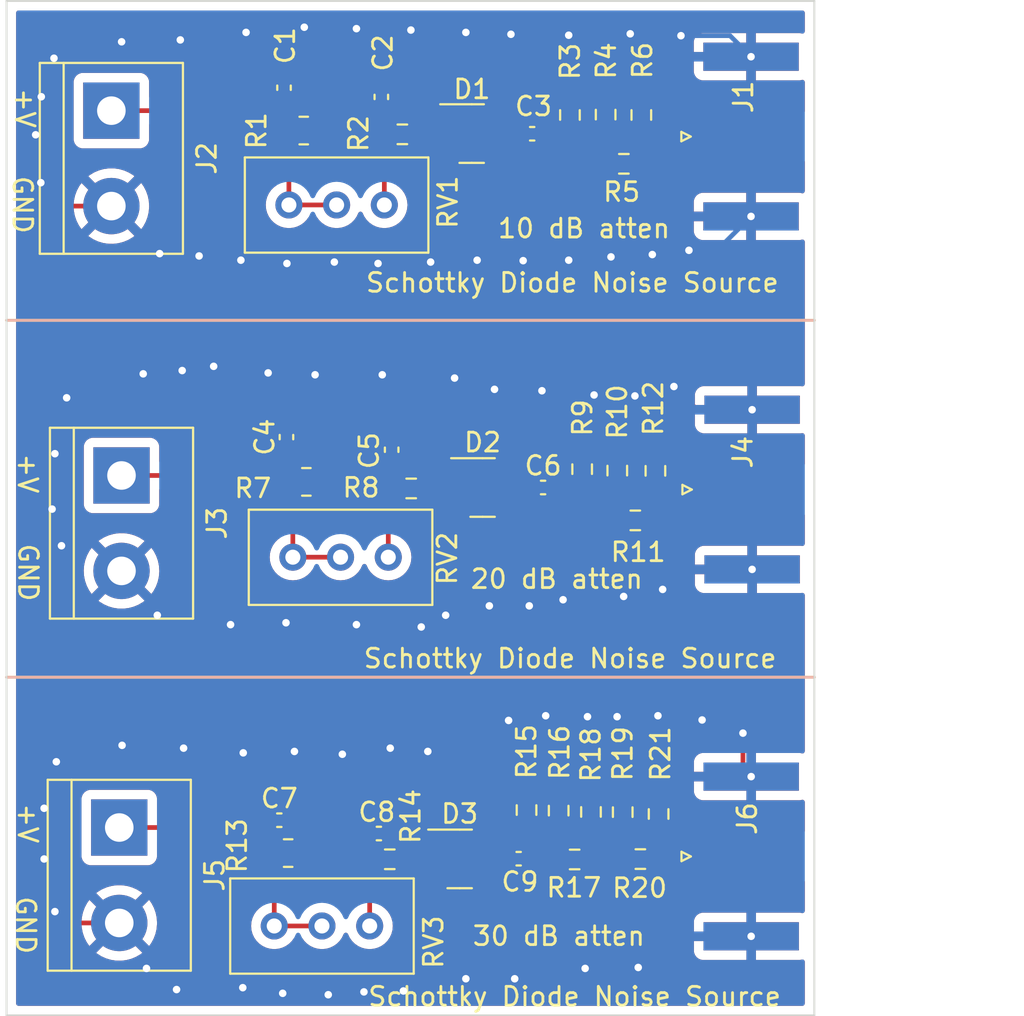
<source format=kicad_pcb>
(kicad_pcb (version 20211014) (generator pcbnew)
  (layers (0 "F.Cu" signal) (31 "B.Cu" signal) (34 "B.Paste" user) (35 "F.Paste" user) (36 "B.SilkS" user "B.Silkscreen") (37 "F.SilkS" user "F.Silkscreen") (38 "B.Mask" user) (39 "F.Mask" user) (44 "Edge.Cuts" user))
  (net 0 "")
  (net 1 "GND")
  (net 2 "Net-(C2-Pad1)")
  (net 3 "Net-(C3-Pad1)")
  (net 4 "Net-(C3-Pad2)")
  (net 6 "Net-(J1-Pad1)")
  (net 7 "Net-(C5-Pad1)")
  (net 8 "Net-(C6-Pad1)")
  (net 9 "Net-(C6-Pad2)")
  (net 11 "Net-(J4-Pad1)")
  (net 12 "Net-(C8-Pad1)")
  (net 13 "Net-(C9-Pad1)")
  (net 14 "Net-(C9-Pad2)")
  (net 16 "Net-(J6-Pad1)")
  (net 17 "Net-(R17-Pad2)")
  (net 18 "Net-(C1-Pad1)")
  (net 19 "Net-(C4-Pad1)")
  (net 20 "Net-(C7-Pad1)")
  (footprint "Resistor_SMD:R_0603_1608Metric_Pad0.98x0.95mm_HandSolder" (layer "F.Cu") (at 127.47 110.65)
    (fp_text reference "R11")
    (fp_text value "270R")
  )
  (footprint "Capacitor_SMD:C_0402_1005Metric_Pad0.74x0.62mm_HandSolder" (layer "F.Cu") (at 122.56 108.9)
    (fp_text reference "C6")
    (fp_text value "100 nF")
  )
  (footprint "Resistor_SMD:R_0805_2012Metric_Pad1.20x1.40mm_HandSolder" (layer "F.Cu") (at 109.82 89.9 180)
    (fp_text reference "R1")
    (fp_text value "300R")
  )
  (footprint "Potentiometer_THT:Potentiometer_Bourns_3296W_Vertical" (layer "F.Cu") (at 114.11 93.86)
    (fp_text reference "RV1")
    (fp_text value "R_Potentiometer")
  )
  (footprint "Potentiometer_THT:Potentiometer_Bourns_3296W_Vertical" (layer "F.Cu") (at 114.32 112.61)
    (fp_text reference "RV2")
    (fp_text value "R_Potentiometer")
  )
  (footprint "Resistor_SMD:R_0603_1608Metric_Pad0.98x0.95mm_HandSolder" (layer "F.Cu") (at 121.68 126.07 90)
    (fp_text reference "R15")
    (fp_text value "270R")
  )
  (footprint "Resistor_SMD:R_0603_1608Metric_Pad0.98x0.95mm_HandSolder" (layer "F.Cu") (at 126.8 126.18 90)
    (fp_text reference "R19")
    (fp_text value "56R")
  )
  (footprint "Potentiometer_THT:Potentiometer_Bourns_3296W_Vertical" (layer "F.Cu") (at 113.33 132.24)
    (fp_text reference "RV3")
    (fp_text value "R_Potentiometer")
  )
  (footprint "Resistor_SMD:R_0603_1608Metric_Pad0.98x0.95mm_HandSolder" (layer "F.Cu") (at 127.79 89.07 90)
    (fp_text reference "R6")
    (fp_text value "100R")
  )
  (footprint "Capacitor_SMD:C_0402_1005Metric_Pad0.74x0.62mm_HandSolder" (layer "F.Cu") (at 108.77 87.62 90)
    (fp_text reference "C1")
    (fp_text value "100 nF")
  )
  (footprint "Resistor_SMD:R_0603_1608Metric_Pad0.98x0.95mm_HandSolder" (layer "F.Cu") (at 124.64 107.9225 90)
    (fp_text reference "R9")
    (fp_text value "270R")
  )
  (footprint "Package_TO_SOT_SMD:SOT-23" (layer "F.Cu") (at 118.12 128.67)
    (fp_text reference "D3")
    (fp_text value "BAT17")
  )
  (footprint "Resistor_SMD:R_0603_1608Metric_Pad0.98x0.95mm_HandSolder" (layer "F.Cu") (at 126.51 108 90)
    (fp_text reference "R10")
    (fp_text value "56R")
  )
  (footprint "Capacitor_SMD:C_0402_1005Metric_Pad0.74x0.62mm_HandSolder" (layer "F.Cu") (at 113.95 88.11 90)
    (fp_text reference "C2")
    (fp_text value "100 nF")
  )
  (footprint "Resistor_SMD:R_0603_1608Metric_Pad0.98x0.95mm_HandSolder" (layer "F.Cu") (at 124.24 128.7)
    (fp_text reference "R17")
    (fp_text value "68R")
  )
  (footprint "Resistor_SMD:R_0603_1608Metric_Pad0.98x0.95mm_HandSolder" (layer "F.Cu") (at 128.71 126.28 90)
    (fp_text reference "R21")
    (fp_text value "56R")
  )
  (footprint "Resistor_SMD:R_0603_1608Metric_Pad0.98x0.95mm_HandSolder" (layer "F.Cu") (at 126.86 91.67)
    (fp_text reference "R5")
    (fp_text value "68R")
  )
  (footprint "Connector_Coaxial:SMA_Amphenol_132289_EdgeMount" (layer "F.Cu") (at 133.63 90.22)
    (fp_text reference "J1")
    (fp_text value "Conn_Coaxial")
  )
  (footprint "Capacitor_SMD:C_0402_1005Metric_Pad0.74x0.62mm_HandSolder" (layer "F.Cu") (at 108.9 106.2175 90)
    (fp_text reference "C4")
    (fp_text value "100 nF")
  )
  (footprint "Resistor_SMD:R_0603_1608Metric_Pad0.98x0.95mm_HandSolder" (layer "F.Cu") (at 125.89 89.05 90)
    (fp_text reference "R4")
    (fp_text value "100R")
  )
  (footprint "Resistor_SMD:R_0603_1608Metric_Pad0.98x0.95mm_HandSolder" (layer "F.Cu") (at 123.99 89.07 90)
    (fp_text reference "R3")
    (fp_text value "270R")
  )
  (footprint "Resistor_SMD:R_0603_1608Metric_Pad0.98x0.95mm_HandSolder" (layer "F.Cu") (at 125.11 126.17 90)
    (fp_text reference "R18")
    (fp_text value "100R")
  )
  (footprint "Resistor_SMD:R_0603_1608Metric_Pad0.98x0.95mm_HandSolder" (layer "F.Cu") (at 128.54 108.0125 90)
    (fp_text reference "R12")
    (fp_text value "56R")
  )
  (footprint "Resistor_SMD:R_0805_2012Metric_Pad1.20x1.40mm_HandSolder" (layer "F.Cu") (at 109.96 108.6 180)
    (fp_text reference "R7")
    (fp_text value "300R")
  )
  (footprint "Resistor_SMD:R_0603_1608Metric_Pad0.98x0.95mm_HandSolder" (layer "F.Cu") (at 114.4 128.69 180)
    (fp_text reference "R14")
    (fp_text value "3k3")
  )
  (footprint "TerminalBlock:TerminalBlock_bornier-2_P5.08mm" (layer "F.Cu") (at 100.12 108.26 -90)
    (fp_text reference "J3")
    (fp_text value "Conn_01x02")
  )
  (footprint "Resistor_SMD:R_0805_2012Metric_Pad1.20x1.40mm_HandSolder" (layer "F.Cu") (at 108.99 128.36 180)
    (fp_text reference "R13")
    (fp_text value "300R")
  )
  (footprint "TerminalBlock:TerminalBlock_bornier-2_P5.08mm" (layer "F.Cu") (at 99.58 88.84 -90)
    (fp_text reference "J2")
    (fp_text value "Conn_01x02")
  )
  (footprint "Resistor_SMD:R_0603_1608Metric_Pad0.98x0.95mm_HandSolder" (layer "F.Cu") (at 115.54 108.95 180)
    (fp_text reference "R8")
    (fp_text value "3k3")
  )
  (footprint "Connector_Coaxial:SMA_Amphenol_132289_EdgeMount" (layer "F.Cu") (at 133.6375 128.54)
    (fp_text reference "J6")
    (fp_text value "Conn_Coaxial")
  )
  (footprint "Capacitor_SMD:C_0402_1005Metric_Pad0.74x0.62mm_HandSolder" (layer "F.Cu") (at 114.5 106.89 90)
    (fp_text reference "C5")
    (fp_text value "100 nF")
  )
  (footprint "Resistor_SMD:R_0603_1608Metric_Pad0.98x0.95mm_HandSolder" (layer "F.Cu") (at 115.07 90.1 180)
    (fp_text reference "R2")
    (fp_text value "3k3")
  )
  (footprint "Resistor_SMD:R_0603_1608Metric_Pad0.98x0.95mm_HandSolder" (layer "F.Cu") (at 127.74 128.68)
    (fp_text reference "R20")
    (fp_text value "270R")
  )
  (footprint "Capacitor_SMD:C_0402_1005Metric_Pad0.74x0.62mm_HandSolder" (layer "F.Cu") (at 113.82 127.32)
    (fp_text reference "C8")
    (fp_text value "100 nF")
  )
  (footprint "Package_TO_SOT_SMD:SOT-23" (layer "F.Cu") (at 119.34 108.9)
    (fp_text reference "D2")
    (fp_text value "BAT17")
  )
  (footprint "Capacitor_SMD:C_0402_1005Metric_Pad0.74x0.62mm_HandSolder" (layer "F.Cu") (at 121.98 90.07)
    (fp_text reference "C3")
    (fp_text value "100 nF")
  )
  (footprint "Connector_Coaxial:SMA_Amphenol_132289_EdgeMount" (layer "F.Cu") (at 133.6875 109.01)
    (fp_text reference "J4")
    (fp_text value "Conn_Coaxial")
  )
  (footprint "Capacitor_SMD:C_0402_1005Metric_Pad0.74x0.62mm_HandSolder" (layer "F.Cu") (at 121.26 128.66)
    (fp_text reference "C9")
    (fp_text value "100 nF")
  )
  (footprint "Package_TO_SOT_SMD:SOT-23" (layer "F.Cu") (at 118.76 90.06)
    (fp_text reference "D1")
    (fp_text value "BAT17")
  )
  (footprint "Capacitor_SMD:C_0402_1005Metric_Pad0.74x0.62mm_HandSolder" (layer "F.Cu") (at 108.52 126.61)
    (fp_text reference "C7")
    (fp_text value "100 nF")
  )
  (footprint "Resistor_SMD:R_0603_1608Metric_Pad0.98x0.95mm_HandSolder" (layer "F.Cu") (at 123.39 126.1 90)
    (fp_text reference "R16")
    (fp_text value "100R")
  )
  (footprint "TerminalBlock:TerminalBlock_bornier-2_P5.08mm" (layer "F.Cu") (at 100 127 -90)
    (fp_text reference "J5")
    (fp_text value "Conn_01x02")
  )
  (gr_line (start 94 119) (end 137 119) (layer "B.SilkS") (width 0.15))
  (gr_line (start 94 100) (end 137 100) (layer "B.SilkS") (width 0.15))
  (gr_line (start 94 100) (end 137 100) (layer "F.SilkS") (width 0.15))
  (gr_line (start 94 119) (end 137 119) (layer "F.SilkS") (width 0.15))
  (gr_line (start 94 83) (end 137 83) (layer "Edge.Cuts") (width 0.1))
  (gr_line (start 137 83) (end 137 137) (layer "Edge.Cuts") (width 0.1))
  (gr_line (start 137 137) (end 94 137) (layer "Edge.Cuts") (width 0.1))
  (gr_line (start 94 137) (end 94 83) (layer "Edge.Cuts") (width 0.1))
  (gr_text "Schottky Diode Noise Source" (at 124.1175 98) (layer "F.SilkS") (effects (font (size 1 1))))
  (gr_text "Schottky Diode Noise Source" (at 124 118) (layer "F.SilkS") (effects (font (size 1 1))))
  (gr_text "+V" (at 94.975 88.7 270) (layer "F.SilkS") (effects (font (size 1 1))))
  (gr_text "+V" (at 95.125 126.775 270) (layer "F.SilkS") (effects (font (size 1 1))))
  (gr_text "GND" (at 95.025 132.2 270) (layer "F.SilkS") (effects (font (size 1 1))))
  (gr_text "10 dB atten" (at 124.74 95.11) (layer "F.SilkS") (effects (font (size 1 1))))
  (gr_text "+V" (at 95.125 108.15 270) (layer "F.SilkS") (effects (font (size 1 1))))
  (gr_text "GND" (at 95.15 113.425 270) (layer "F.SilkS") (effects (font (size 1 1))))
  (gr_text "Schottky Diode Noise Source" (at 124.24 136) (layer "F.SilkS") (effects (font (size 1 1))))
  (gr_text "GND" (at 94.85 93.85 270) (layer "F.SilkS") (effects (font (size 1 1))))
  (gr_text "30 dB atten" (at 123.4 132.775) (layer "F.SilkS") (effects (font (size 1 1))))
  (gr_text "20 dB atten" (at 123.29 113.77) (layer "F.SilkS") (effects (font (size 1 1))))
  (segment (start 103.25 85.075) (end 106.35 85.075) (width 0.25) (layer "F.Cu") (net 1))
  (segment (start 114 102.9) (end 117.675 102.9) (width 0.25) (layer "F.Cu") (net 1))
  (segment (start 120.05 103.75) (end 122.5 103.75) (width 0.25) (layer "F.Cu") (net 1))
  (segment (start 97.07 93.92) (end 95.825 92.675) (width 0.25) (layer "F.Cu") (net 1))
  (segment (start 128.375 96.5) (end 130.1 96.5) (width 0.25) (layer "F.Cu") (net 1))
  (segment (start 121.825 115.2) (end 123.3 115.2) (width 0.25) (layer "F.Cu") (net 1))
  (segment (start 130.76 104.76) (end 133.6875 104.76) (width 0.25) (layer "F.Cu") (net 1))
  (segment (start 127.2 84.75) (end 127.3 84.85) (width 0.25) (layer "F.Cu") (net 1))
  (segment (start 117.875 115.2) (end 119.7 115.2) (width 0.25) (layer "F.Cu") (net 1))
  (segment (start 118.325 84.55) (end 118.45 84.675) (width 0.25) (layer "F.Cu") (net 1))
  (segment (start 106.35 85.075) (end 106.75 84.675) (width 0.25) (layer "F.Cu") (net 1))
  (segment (start 95.55 90.125) (end 95.55 88.4) (width 0.25) (layer "F.Cu") (net 1))
  (segment (start 97.4 85.175) (end 100.125 85.175) (width 0.25) (layer "F.Cu") (net 1))
  (segment (start 115.075 135.75) (end 115.125 135.7) (width 0.25) (layer "F.Cu") (net 1))
  (segment (start 115.525 84.55) (end 118.325 84.55) (width 0.25) (layer "F.Cu") (net 1))
  (segment (start 123.875 84.775) (end 123.925 84.825) (width 0.25) (layer "F.Cu") (net 1))
  (segment (start 96.65 123.5) (end 97.525 122.625) (width 0.25) (layer "F.Cu") (net 1))
  (segment (start 99.58 93.92) (end 102.11 96.45) (width 0.25) (layer "F.Cu") (net 1))
  (segment (start 103.15 135.525) (end 106.575 135.525) (width 0.25) (layer "F.Cu") (net 1))
  (segment (start 106.25 96.575) (end 106.475 96.8) (width 0.25) (layer "F.Cu") (net 1))
  (segment (start 99.375 103.25) (end 100.875 103.25) (width 0.25) (layer "F.Cu") (net 1))
  (segment (start 124.925 121.1) (end 126.5 121.1) (width 0.25) (layer "F.Cu") (net 1))
  (segment (start 133.2 123.8525) (end 133.6375 124.29) (width 0.25) (layer "F.Cu") (net 1))
  (segment (start 119.975 103.675) (end 120.05 103.75) (width 0.25) (layer "F.Cu") (net 1))
  (segment (start 100.12 113.34) (end 102.025 115.245) (width 0.25) (layer "F.Cu") (net 1))
  (segment (start 120.85 84.775) (end 123.875 84.775) (width 0.25) (layer "F.Cu") (net 1))
  (segment (start 126 96.8) (end 126.175 96.625) (width 0.25) (layer "F.Cu") (net 1))
  (segment (start 105.925 116.2) (end 106.025 116.1) (width 0.25) (layer "F.Cu") (net 1))
  (segment (start 109.325 122.95) (end 111.725 122.95) (width 0.25) (layer "F.Cu") (net 1))
  (segment (start 121.475 96.8) (end 121.5 96.825) (width 0.25) (layer "F.Cu") (net 1))
  (segment (start 114.425 122.775) (end 116.25 122.775) (width 0.25) (layer "F.Cu") (net 1))
  (segment (start 103.425 122.775) (end 103.675 123.025) (width 0.25) (layer "F.Cu") (net 1))
  (segment (start 108.7 135.825) (end 111.05 135.825) (width 0.25) (layer "F.Cu") (net 1))
  (segment (start 97.525 122.625) (end 100.15 122.625) (width 0.25) (layer "F.Cu") (net 1))
  (segment (start 112.55 84.4) (end 112.625 84.475) (width 0.25) (layer "F.Cu") (net 1))
  (segment (start 129.525 103.525) (end 130.76 104.76) (width 0.25) (layer "F.Cu") (net 1))
  (segment (start 99.58 93.92) (end 97.07 93.92) (width 0.25) (layer "F.Cu") (net 1))
  (segment (start 125.275 103.975) (end 127.4 103.975) (width 0.25) (layer "F.Cu") (net 1))
  (segment (start 113.025 135.75) (end 115.075 135.75) (width 0.25) (layer "F.Cu") (net 1))
  (segment (start 100 132.08) (end 101.45 133.53) (width 0.25) (layer "F.Cu") (net 1))
  (segment (start 96.425 110.05) (end 96.425 107.25) (width 0.25) (layer "F.Cu") (net 1))
  (segment (start 97.2 104.125) (end 98.075 103.25) (width 0.25) (layer "F.Cu") (net 1))
  (segment (start 117.675 102.9) (end 117.85 103.075) (width 0.25) (layer "F.Cu") (net 1))
  (segment (start 133.2 121.975) (end 133.2 123.8525) (width 0.25) (layer "F.Cu") (net 1))
  (segment (start 111.375 96.975) (end 111.45 96.9) (width 0.25) (layer "F.Cu") (net 1))
  (segment (start 110.325 102.8) (end 110.425 102.9) (width 0.25) (layer "F.Cu") (net 1))
  (segment (start 123.925 96.8) (end 126 96.8) (width 0.25) (layer "F.Cu") (net 1))
  (segment (start 100 132.08) (end 97.18 132.08) (width 0.25) (layer "F.Cu") (net 1))
  (segment (start 96 128.675) (end 96 125.975) (width 0.25) (layer "F.Cu") (net 1))
  (segment (start 98.78 112) (end 96.925 112) (width 0.25) (layer "F.Cu") (net 1))
  (segment (start 97.18 132.08) (end 96.575 131.475) (width 0.25) (layer "F.Cu") (net 1))
  (segment (start 102.11 96.45) (end 102.15 96.45) (width 0.25) (layer "F.Cu") (net 1))
  (segment (start 130.8 121.05) (end 131.025 121.275) (width 0.25) (layer "F.Cu") (net 1))
  (segment (start 128.675 121.05) (end 130.8 121.05) (width 0.25) (layer "F.Cu") (net 1))
  (segment (start 106.025 116.1) (end 108.875 116.1) (width 0.25) (layer "F.Cu") (net 1))
  (segment (start 102.025 115.245) (end 102.025 115.7) (width 0.25) (layer "F.Cu") (net 1))
  (segment (start 120.725 121.3) (end 122.45 121.3) (width 0.25) (layer "F.Cu") (net 1))
  (segment (start 127.3 84.85) (end 129.9 84.85) (width 0.25) (layer "F.Cu") (net 1))
  (segment (start 116.25 122.775) (end 116.425 122.95) (width 0.25) (layer "F.Cu") (net 1))
  (segment (start 112.625 116.2) (end 115.95 116.2) (width 0.25) (layer "F.Cu") (net 1))
  (segment (start 115.95 116.2) (end 116.075 116.325) (width 0.25) (layer "F.Cu") (net 1))
  (segment (start 127.4 103.975) (end 127.45 104.025) (width 0.25) (layer "F.Cu") (net 1))
  (segment (start 125.25 134.05) (end 127.225 134.05) (width 0.25) (layer "F.Cu") (net 1))
  (segment (start 95.55 88.4) (end 95.85 88.1) (width 0.25) (layer "F.Cu") (net 1))
  (segment (start 127.225 134.05) (end 127.625 134.45) (width 0.25) (layer "F.Cu") (net 1))
  (segment (start 119.05 96.8) (end 121.475 96.8) (width 0.25) (layer "F.Cu") (net 1))
  (segment (start 128.55 114.7) (end 128.925 114.325) (width 0.25) (layer "F.Cu") (net 1))
  (segment (start 126.85 114.7) (end 128.55 114.7) (width 0.25) (layer "F.Cu") (net 1))
  (segment (start 111.725 122.95) (end 111.875 123.1) (width 0.25) (layer "F.Cu") (net 1))
  (segment (start 108.925 96.975) (end 111.375 96.975) (width 0.25) (layer "F.Cu") (net 1))
  (segment (start 96.425 107.25) (end 96.575 107.1) (width 0.25) (layer "F.Cu") (net 1))
  (segment (start 122.45 121.3) (end 122.7 121.05) (width 0.25) (layer "F.Cu") (net 1))
  (segment (start 109.85 84.4) (end 112.55 84.4) (width 0.25) (layer "F.Cu") (net 1))
  (segment (start 101.45 133.53) (end 101.45 134.5) (width 0.25) (layer "F.Cu") (net 1))
  (segment (start 117.375 115.7) (end 117.875 115.2) (width 0.25) (layer "F.Cu") (net 1))
  (segment (start 103.675 123.025) (end 106.6 123.025) (width 0.25) (layer "F.Cu") (net 1))
  (segment (start 103.35 102.675) (end 104.8 102.675) (width 0.25) (layer "F.Cu") (net 1))
  (segment (start 118.45 135.05) (end 121.05 135.05) (width 0.25) (layer "F.Cu") (net 1))
  (segment (start 98.075 103.25) (end 99.375 103.25) (width 0.25) (layer "F.Cu") (net 1))
  (segment (start 124.8 134.5) (end 125.25 134.05) (width 0.25) (layer "F.Cu") (net 1))
  (segment (start 100.875 103.25) (end 101.275 102.85) (width 0.25) (layer "F.Cu") (net 1))
  (segment (start 111.05 135.825) (end 111.125 135.9) (width 0.25) (layer "F.Cu") (net 1))
  (segment (start 100.12 113.34) (end 98.78 112) (width 0.25) (layer "F.Cu") (net 1))
  (segment (start 123.3 115.2) (end 123.625 114.875) (width 0.25) (layer "F.Cu") (net 1))
  (segment (start 96.525 86.05) (end 97.4 85.175) (width 0.25) (layer "F.Cu") (net 1))
  (segment (start 107.925 102.8) (end 110.325 102.8) (width 0.25) (layer "F.Cu") (net 1))
  (segment (start 104.8 102.675) (end 105.025 102.45) (width 0.25) (layer "F.Cu") (net 1))
  (segment (start 104.25 96.575) (end 106.25 96.575) (width 0.25) (layer "F.Cu") (net 1))
  (segment (start 103.05 135.625) (end 103.15 135.525) (width 0.25) (layer "F.Cu") (net 1))
  (segment (start 116.5 96.975) (end 116.575 96.9) (width 0.25) (layer "F.Cu") (net 1))
  (segment (start 130.1 96.5) (end 130.325 96.275) (width 0.25) (layer "F.Cu") (net 1))
  (segment (start 113.775 96.975) (end 116.5 96.975) (width 0.25) (layer "F.Cu") (net 1))
  (via (at 107.925 102.8) (size 0.8) (drill 0.4) (layers "F.Cu" "B.Cu") (net 1))
  (via (at 116.075 116.325) (size 0.8) (drill 0.4) (layers "F.Cu" "B.Cu") (net 1))
  (via (at 122.7 121.05) (size 0.8) (drill 0.4) (layers "F.Cu" "B.Cu") (net 1))
  (via (at 95.825 92.675) (size 0.8) (drill 0.4) (layers "F.Cu" "B.Cu") (net 1))
  (via (at 133.6375 124.29) (size 0.8) (drill 0.4) (layers "F.Cu" "B.Cu") (net 1))
  (via (at 108.875 116.1) (size 0.8) (drill 0.4) (layers "F.Cu" "B.Cu") (net 1))
  (via (at 101.275 102.85) (size 0.8) (drill 0.4) (layers "F.Cu" "B.Cu") (net 1))
  (via (at 119.975 103.675) (size 0.8) (drill 0.4) (layers "F.Cu" "B.Cu") (net 1))
  (via (at 103.425 122.775) (size 0.8) (drill 0.4) (layers "F.Cu" "B.Cu") (net 1))
  (via (at 96.425 110.05) (size 0.8) (drill 0.4) (layers "F.Cu" "B.Cu") (net 1))
  (via (at 116.425 122.95) (size 0.8) (drill 0.4) (layers "F.Cu" "B.Cu") (net 1))
  (via (at 129.9 84.85) (size 0.8) (drill 0.4) (layers "F.Cu" "B.Cu") (net 1))
  (via (at 119.7 115.2) (size 0.8) (drill 0.4) (layers "F.Cu" "B.Cu") (net 1))
  (via (at 133.6375 132.79) (size 0.8) (drill 0.4) (layers "F.Cu" "B.Cu") (net 1))
  (via (at 127.2 84.75) (size 0.8) (drill 0.4) (layers "F.Cu" "B.Cu") (net 1))
  (via (at 95.85 88.1) (size 0.8) (drill 0.4) (layers "F.Cu" "B.Cu") (net 1))
  (via (at 96.575 131.475) (size 0.8) (drill 0.4) (layers "F.Cu" "B.Cu") (net 1))
  (via (at 133.2 121.975) (size 0.8) (drill 0.4) (layers "F.Cu" "B.Cu") (net 1))
  (via (at 106.575 135.525) (size 0.8) (drill 0.4) (layers "F.Cu" "B.Cu") (net 1))
  (via (at 128.675 121.05) (size 0.8) (drill 0.4) (layers "F.Cu" "B.Cu") (net 1))
  (via (at 114 102.9) (size 0.8) (drill 0.4) (layers "F.Cu" "B.Cu") (net 1))
  (via (at 104.25 96.575) (size 0.8) (drill 0.4) (layers "F.Cu" "B.Cu") (net 1))
  (via (at 106.6 123.025) (size 0.8) (drill 0.4) (layers "F.Cu" "B.Cu") (net 1))
  (via (at 128.375 96.5) (size 0.8) (drill 0.4) (layers "F.Cu" "B.Cu") (net 1))
  (via (at 126.85 114.7) (size 0.8) (drill 0.4) (layers "F.Cu" "B.Cu") (net 1))
  (via (at 96.925 112) (size 0.8) (drill 0.4) (layers "F.Cu" "B.Cu") (net 1))
  (via (at 127.45 104.025) (size 0.8) (drill 0.4) (layers "F.Cu" "B.Cu") (net 1))
  (via (at 133.6875 113.26) (size 0.8) (drill 0.4) (layers "F.Cu" "B.Cu") (net 1))
  (via (at 100.15 122.625) (size 0.8) (drill 0.4) (layers "F.Cu" "B.Cu") (net 1))
  (via (at 124.925 121.1) (size 0.8) (drill 0.4) (layers "F.Cu" "B.Cu") (net 1))
  (via (at 112.625 116.2) (size 0.8) (drill 0.4) (layers "F.Cu" "B.Cu") (net 1))
  (via (at 95.55 90.125) (size 0.8) (drill 0.4) (layers "F.Cu" "B.Cu") (net 1))
  (via (at 105.925 116.2) (size 0.8) (drill 0.4) (layers "F.Cu" "B.Cu") (net 1))
  (via (at 130.325 96.275) (size 0.8) (drill 0.4) (layers "F.Cu" "B.Cu") (net 1))
  (via (at 131.025 121.275) (size 0.8) (drill 0.4) (layers "F.Cu" "B.Cu") (net 1))
  (via (at 100.125 85.175) (size 0.8) (drill 0.4) (layers "F.Cu" "B.Cu") (net 1))
  (via (at 97.2 104.125) (size 0.8) (drill 0.4) (layers "F.Cu" "B.Cu") (net 1))
  (via (at 123.925 84.825) (size 0.8) (drill 0.4) (layers "F.Cu" "B.Cu") (net 1))
  (via (at 115.125 135.7) (size 0.8) (drill 0.4) (layers "F.Cu" "B.Cu") (net 1))
  (via (at 106.475 96.8) (size 0.8) (drill 0.4) (layers "F.Cu" "B.Cu") (net 1))
  (via (at 102.025 115.7) (size 0.8) (drill 0.4) (layers "F.Cu" "B.Cu") (net 1))
  (via (at 109.325 122.95) (size 0.8) (drill 0.4) (layers "F.Cu" "B.Cu") (net 1))
  (via (at 108.7 135.825) (size 0.8) (drill 0.4) (layers "F.Cu" "B.Cu") (net 1))
  (via (at 129.525 103.525) (size 0.8) (drill 0.4) (layers "F.Cu" "B.Cu") (net 1))
  (via (at 124.8 134.5) (size 0.8) (drill 0.4) (layers "F.Cu" "B.Cu") (net 1))
  (via (at 123.925 96.8) (size 0.8) (drill 0.4) (layers "F.Cu" "B.Cu") (net 1))
  (via (at 96.525 86.05) (size 0.8) (drill 0.4) (layers "F.Cu" "B.Cu") (net 1))
  (via (at 101.45 134.5) (size 0.8) (drill 0.4) (layers "F.Cu" "B.Cu") (net 1))
  (via (at 120.85 84.775) (size 0.8) (drill 0.4) (layers "F.Cu" "B.Cu") (net 1))
  (via (at 117.375 115.7) (size 0.8) (drill 0.4) (layers "F.Cu" "B.Cu") (net 1))
  (via (at 103.05 135.625) (size 0.8) (drill 0.4) (layers "F.Cu" "B.Cu") (net 1))
  (via (at 96 125.975) (size 0.8) (drill 0.4) (layers "F.Cu" "B.Cu") (net 1))
  (via (at 118.45 84.675) (size 0.8) (drill 0.4) (layers "F.Cu" "B.Cu") (net 1))
  (via (at 133.63 94.47) (size 0.8) (drill 0.4) (layers "F.Cu" "B.Cu") (net 1))
  (via (at 113.025 135.75) (size 0.8) (drill 0.4) (layers "F.Cu" "B.Cu") (net 1))
  (via (at 114.425 122.775) (size 0.8) (drill 0.4) (layers "F.Cu" "B.Cu") (net 1))
  (via (at 115.525 84.55) (size 0.8) (drill 0.4) (layers "F.Cu" "B.Cu") (net 1))
  (via (at 128.925 114.325) (size 0.8) (drill 0.4) (layers "F.Cu" "B.Cu") (net 1))
  (via (at 96.575 107.1) (size 0.8) (drill 0.4) (layers "F.Cu" "B.Cu") (net 1))
  (via (at 121.05 135.05) (size 0.8) (drill 0.4) (layers "F.Cu" "B.Cu") (net 1))
  (via (at 117.85 103.075) (size 0.8) (drill 0.4) (layers "F.Cu" "B.Cu") (net 1))
  (via (at 122.5 103.75) (size 0.8) (drill 0.4) (layers "F.Cu" "B.Cu") (net 1))
  (via (at 133.63 85.97) (size 0.8) (drill 0.4) (layers "F.Cu" "B.Cu") (net 1))
  (via (at 121.825 115.2) (size 0.8) (drill 0.4) (layers "F.Cu" "B.Cu") (net 1))
  (via (at 111.125 135.9) (size 0.8) (drill 0.4) (layers "F.Cu" "B.Cu") (net 1))
  (via (at 103.35 102.675) (size 0.8) (drill 0.4) (layers "F.Cu" "B.Cu") (net 1))
  (via (at 106.75 84.675) (size 0.8) (drill 0.4) (layers "F.Cu" "B.Cu") (net 1))
  (via (at 133.6875 104.76) (size 0.8) (drill 0.4) (layers "F.Cu" "B.Cu") (net 1))
  (via (at 118.45 135.05) (size 0.8) (drill 0.4) (layers "F.Cu" "B.Cu") (net 1))
  (via (at 121.5 96.825) (size 0.8) (drill 0.4) (layers "F.Cu" "B.Cu") (net 1))
  (via (at 103.25 85.075) (size 0.8) (drill 0.4) (layers "F.Cu" "B.Cu") (net 1))
  (via (at 112.625 84.475) (size 0.8) (drill 0.4) (layers "F.Cu" "B.Cu") (net 1))
  (via (at 120.725 121.3) (size 0.8) (drill 0.4) (layers "F.Cu" "B.Cu") (net 1))
  (via (at 102.15 96.45) (size 0.8) (drill 0.4) (layers "F.Cu" "B.Cu") (net 1))
  (via (at 119.05 96.8) (size 0.8) (drill 0.4) (layers "F.Cu" "B.Cu") (net 1))
  (via (at 111.45 96.9) (size 0.8) (drill 0.4) (layers "F.Cu" "B.Cu") (net 1))
  (via (at 126.175 96.625) (size 0.8) (drill 0.4) (layers "F.Cu" "B.Cu") (net 1))
  (via (at 105.025 102.45) (size 0.8) (drill 0.4) (layers "F.Cu" "B.Cu") (net 1))
  (via (at 113.775 96.975) (size 0.8) (drill 0.4) (layers "F.Cu" "B.Cu") (net 1))
  (via (at 108.925 96.975) (size 0.8) (drill 0.4) (layers "F.Cu" "B.Cu") (net 1))
  (via (at 96.65 123.5) (size 0.8) (drill 0.4) (layers "F.Cu" "B.Cu") (net 1))
  (via (at 123.625 114.875) (size 0.8) (drill 0.4) (layers "F.Cu" "B.Cu") (net 1))
  (via (at 127.625 134.45) (size 0.8) (drill 0.4) (layers "F.Cu" "B.Cu") (net 1))
  (via (at 116.575 96.9) (size 0.8) (drill 0.4) (layers "F.Cu" "B.Cu") (net 1))
  (via (at 110.425 102.9) (size 0.8) (drill 0.4) (layers "F.Cu" "B.Cu") (net 1))
  (via (at 96 128.675) (size 0.8) (drill 0.4) (layers "F.Cu" "B.Cu") (net 1))
  (via (at 109.85 84.4) (size 0.8) (drill 0.4) (layers "F.Cu" "B.Cu") (net 1))
  (via (at 111.875 123.1) (size 0.8) (drill 0.4) (layers "F.Cu" "B.Cu") (net 1))
  (via (at 126.5 121.1) (size 0.8) (drill 0.4) (layers "F.Cu" "B.Cu") (net 1))
  (via (at 125.275 103.975) (size 0.8) (drill 0.4) (layers "F.Cu" "B.Cu") (net 1))
  (segment (start 128.625 121.1) (end 128.675 121.05) (width 0.25) (layer "B.Cu") (net 1))
  (segment (start 130.325 96.275) (end 131.825 96.275) (width 0.25) (layer "B.Cu") (net 1))
  (segment (start 112.2 122.775) (end 114.425 122.775) (width 0.25) (layer "B.Cu") (net 1))
  (segment (start 96.925 112) (end 96.925 110.55) (width 0.25) (layer "B.Cu") (net 1))
  (segment (start 112.7 84.55) (end 115.525 84.55) (width 0.25) (layer "B.Cu") (net 1))
  (segment (start 116.425 122.95) (end 118.075 121.3) (width 0.25) (layer "B.Cu") (net 1))
  (segment (start 108.4 135.525) (end 108.7 135.825) (width 0.25) (layer "B.Cu") (net 1))
  (segment (start 124.875 121.05) (end 124.925 121.1) (width 0.25) (layer "B.Cu") (net 1))
  (segment (start 111.875 123.1) (end 112.2 122.775) (width 0.25) (layer "B.Cu") (net 1))
  (segment (start 106.475 96.8) (end 106.65 96.975) (width 0.25) (layer "B.Cu") (net 1))
  (segment (start 111.125 135.9) (end 112.875 135.9) (width 0.25) (layer "B.Cu") (net 1))
  (segment (start 122.5 103.75) (end 125.05 103.75) (width 0.25) (layer "B.Cu") (net 1))
  (segment (start 105.425 115.7) (end 105.925 116.2) (width 0.25) (layer "B.Cu") (net 1))
  (segment (start 119.7 115.2) (end 121.825 115.2) (width 0.25) (layer "B.Cu") (net 1))
  (segment (start 95.85 86.725) (end 96.525 86.05) (width 0.25) (layer "B.Cu") (net 1))
  (segment (start 111.45 96.9) (end 113.7 96.9) (width 0.25) (layer "B.Cu") (net 1))
  (segment (start 127.625 134.45) (end 129.285 132.79) (width 0.25) (layer "B.Cu") (net 1))
  (segment (start 128.925 114.325) (end 129.99 113.26) (width 0.25) (layer "B.Cu") (net 1))
  (segment (start 101.275 102.85) (end 103.175 102.85) (width 0.25) (layer "B.Cu") (net 1))
  (segment (start 101.45 134.5) (end 101.925 134.5) (width 0.25) (layer "B.Cu") (net 1))
  (segment (start 102.025 115.7) (end 105.425 115.7) (width 0.25) (layer "B.Cu") (net 1))
  (segment (start 112.625 84.475) (end 112.7 84.55) (width 0.25) (layer "B.Cu") (net 1))
  (segment (start 127.125 84.825) (end 127.2 84.75) (width 0.25) (layer "B.Cu") (net 1))
  (segment (start 96 124.15) (end 96.65 123.5) (width 0.25) (layer "B.Cu") (net 1))
  (segment (start 123.925 84.825) (end 127.125 84.825) (width 0.25) (layer "B.Cu") (net 1))
  (segment (start 103.275 122.625) (end 103.425 122.775) (width 0.25) (layer "B.Cu") (net 1))
  (segment (start 116.075 116.325) (end 116.75 116.325) (width 0.25) (layer "B.Cu") (net 1))
  (segment (start 96.575 104.75) (end 97.2 104.125) (width 0.25) (layer "B.Cu") (net 1))
  (segment (start 116.575 96.9) (end 118.95 96.9) (width 0.25) (layer "B.Cu") (net 1))
  (segment (start 118.45 135.05) (end 117.8 135.7) (width 0.25) (layer "B.Cu") (net 1))
  (segment (start 129.285 132.79) (end 133.6375 132.79) (width 0.25) (layer "B.Cu") (net 1))
  (segment (start 112.525 116.1) (end 112.625 116.2) (width 0.25) (layer "B.Cu") (net 1))
  (segment (start 124.25 135.05) (end 124.8 134.5) (width 0.25) (layer "B.Cu") (net 1))
  (segment (start 117.8 135.7) (end 115.125 135.7) (width 0.25) (layer "B.Cu") (net 1))
  (segment (start 105.375 102.8) (end 107.925 102.8) (width 0.25) (layer "B.Cu") (net 1))
  (segment (start 123.625 114.875) (end 123.8 114.7) (width 0.25) (layer "B.Cu") (net 1))
  (segment (start 117.85 103.075) (end 119.375 103.075) (width 0.25) (layer "B.Cu") (net 1))
  (segment (start 131.825 96.275) (end 133.63 94.47) (width 0.25) (layer "B.Cu") (net 1))
  (segment (start 106.575 135.525) (end 108.4 135.525) (width 0.25) (layer "B.Cu") (net 1))
  (segment (start 129.025 104.025) (end 129.525 103.525) (width 0.25) (layer "B.Cu") (net 1))
  (segment (start 100.125 85.175) (end 103.15 85.175) (width 0.25) (layer "B.Cu") (net 1))
  (segment (start 120.75 84.675) (end 120.85 84.775) (width 0.25) (layer "B.Cu") (net 1))
  (segment (start 106.6 123.025) (end 109.25 123.025) (width 0.25) (layer "B.Cu") (net 1))
  (segment (start 95.55 92.4) (end 95.55 90.125) (width 0.25) (layer "B.Cu") (net 1))
  (segment (start 96 125.975) (end 96 124.15) (width 0.25) (layer "B.Cu") (net 1))
  (segment (start 96.575 131.475) (end 96 130.9) (width 0.25) (layer "B.Cu") (net 1))
  (segment (start 101.925 134.5) (end 103.05 135.625) (width 0.25) (layer "B.Cu") (net 1))
  (segment (start 118.45 84.675) (end 120.75 84.675) (width 0.25) (layer "B.Cu") (net 1))
  (segment (start 104.125 96.45) (end 104.25 96.575) (width 0.25) (layer "B.Cu") (net 1))
  (segment (start 107.025 84.4) (end 109.85 84.4) (width 0.25) (layer "B.Cu") (net 1))
  (segment (start 110.425 102.9) (end 114 102.9) (width 0.25) (layer "B.Cu") (net 1))
  (segment (start 109.25 123.025) (end 109.325 122.95) (width 0.25) (layer "B.Cu") (net 1))
  (segment (start 123.8 114.7) (end 126.85 114.7) (width 0.25) (layer "B.Cu") (net 1))
  (segment (start 121.05 135.05) (end 124.25 135.05) (width 0.25) (layer "B.Cu") (net 1))
  (segment (start 129.9 84.85) (end 132.51 84.85) (width 0.25) (layer "B.Cu") (net 1))
  (segment (start 96.925 110.55) (end 96.425 110.05) (width 0.25) (layer "B.Cu") (net 1))
  (segment (start 131.025 121.275) (end 132.5 121.275) (width 0.25) (layer "B.Cu") (net 1))
  (segment (start 132.5 121.275) (end 133.2 121.975) (width 0.25) (layer "B.Cu") (net 1))
  (segment (start 106.75 84.675) (end 107.025 84.4) (width 0.25) (layer "B.Cu") (net 1))
  (segment (start 96.575 107.1) (end 96.575 104.75) (width 0.25) (layer "B.Cu") (net 1))
  (segment (start 95.825 92.675) (end 95.55 92.4) (width 0.25) (layer "B.Cu") (net 1))
  (segment (start 108.875 116.1) (end 112.525 116.1) (width 0.25) (layer "B.Cu") (net 1))
  (segment (start 105.025 102.45) (end 105.375 102.8) (width 0.25) (layer "B.Cu") (net 1))
  (segment (start 118.075 121.3) (end 120.725 121.3) (width 0.25) (layer "B.Cu") (net 1))
  (segment (start 112.875 135.9) (end 113.025 135.75) (width 0.25) (layer "B.Cu") (net 1))
  (segment (start 121.5 96.825) (end 123.9 96.825) (width 0.25) (layer "B.Cu") (net 1))
  (segment (start 119.375 103.075) (end 119.975 103.675) (width 0.25) (layer "B.Cu") (net 1))
  (segment (start 118.95 96.9) (end 119.05 96.8) (width 0.25) (layer "B.Cu") (net 1))
  (segment (start 126.175 96.625) (end 128.25 96.625) (width 0.25) (layer "B.Cu") (net 1))
  (segment (start 123.9 96.825) (end 123.925 96.8) (width 0.25) (layer "B.Cu") (net 1))
  (segment (start 122.7 121.05) (end 124.875 121.05) (width 0.25) (layer "B.Cu") (net 1))
  (segment (start 100.15 122.625) (end 103.275 122.625) (width 0.25) (layer "B.Cu") (net 1))
  (segment (start 126.5 121.1) (end 128.625 121.1) (width 0.25) (layer "B.Cu") (net 1))
  (segment (start 116.75 116.325) (end 117.375 115.7) (width 0.25) (layer "B.Cu") (net 1))
  (segment (start 125.05 103.75) (end 125.275 103.975) (width 0.25) (layer "B.Cu") (net 1))
  (segment (start 132.51 84.85) (end 133.63 85.97) (width 0.25) (layer "B.Cu") (net 1))
  (segment (start 95.85 88.1) (end 95.85 86.725) (width 0.25) (layer "B.Cu") (net 1))
  (segment (start 103.15 85.175) (end 103.25 85.075) (width 0.25) (layer "B.Cu") (net 1))
  (segment (start 106.65 96.975) (end 108.925 96.975) (width 0.25) (layer "B.Cu") (net 1))
  (segment (start 102.15 96.45) (end 104.125 96.45) (width 0.25) (layer "B.Cu") (net 1))
  (segment (start 128.25 96.625) (end 128.375 96.5) (width 0.25) (layer "B.Cu") (net 1))
  (segment (start 129.99 113.26) (end 133.6875 113.26) (width 0.25) (layer "B.Cu") (net 1))
  (segment (start 113.7 96.9) (end 113.775 96.975) (width 0.25) (layer "B.Cu") (net 1))
  (segment (start 127.45 104.025) (end 129.025 104.025) (width 0.25) (layer "B.Cu") (net 1))
  (segment (start 103.175 102.85) (end 103.35 102.675) (width 0.25) (layer "B.Cu") (net 1))
  (segment (start 96 130.9) (end 96 128.675) (width 0.25) (layer "B.Cu") (net 1))
  (segment (start 113.9 89.8425) (end 114.1575 90.1) (width 0.25) (layer "F.Cu") (net 2))
  (segment (start 110.82 89.9) (end 113.9575 89.9) (width 0.25) (layer "F.Cu") (net 2))
  (segment (start 114.11 90.1475) (end 114.1575 90.1) (width 0.25) (layer "F.Cu") (net 2))
  (segment (start 114.11 93.86) (end 114.11 90.1475) (width 0.25) (layer "F.Cu") (net 2))
  (segment (start 113.9575 89.9) (end 114.1575 90.1) (width 0.25) (layer "F.Cu") (net 2))
  (segment (start 113.95 89.8925) (end 114.1575 90.1) (width 0.25) (layer "F.Cu") (net 2))
  (segment (start 113.95 88.6775) (end 113.95 89.8925) (width 0.25) (layer "F.Cu") (net 2))
  (segment (start 116.0225 90.06) (end 115.9825 90.1) (width 0.25) (layer "F.Cu") (net 3))
  (segment (start 119.6975 90.06) (end 116.0225 90.06) (width 0.25) (layer "F.Cu") (net 3))
  (segment (start 121.4025 90.06) (end 121.4125 90.07) (width 0.25) (layer "F.Cu") (net 3))
  (segment (start 119.6975 90.06) (end 121.4025 90.06) (width 0.25) (layer "F.Cu") (net 3))
  (segment (start 125.89 91.6125) (end 125.9475 91.67) (width 0.25) (layer "F.Cu") (net 4))
  (segment (start 122.635 89.9825) (end 122.5475 90.07) (width 0.25) (layer "F.Cu") (net 4))
  (segment (start 123.99 89.9825) (end 122.635 89.9825) (width 0.25) (layer "F.Cu") (net 4))
  (segment (start 125.89 89.9625) (end 125.89 91.6125) (width 0.25) (layer "F.Cu") (net 4))
  (segment (start 124.01 89.9625) (end 123.99 89.9825) (width 0.25) (layer "F.Cu") (net 4))
  (segment (start 125.89 89.9625) (end 124.01 89.9625) (width 0.25) (layer "F.Cu") (net 4))
  (segment (start 128.0275 90.22) (end 133.63 90.22) (width 0.25) (layer "F.Cu") (net 6))
  (segment (start 127.79 89.9825) (end 127.79 91.6525) (width 0.25) (layer "F.Cu") (net 6))
  (segment (start 127.79 89.9825) (end 128.0275 90.22) (width 0.25) (layer "F.Cu") (net 6))
  (segment (start 127.79 91.6525) (end 127.7725 91.67) (width 0.25) (layer "F.Cu") (net 6))
  (segment (start 114.32 109.2575) (end 114.32 112.61) (width 0.25) (layer "F.Cu") (net 7))
  (segment (start 110.96 108.6) (end 114.2775 108.6) (width 0.25) (layer "F.Cu") (net 7))
  (segment (start 114.5 107.4575) (end 114.5 108.8225) (width 0.25) (layer "F.Cu") (net 7))
  (segment (start 114.5 108.8225) (end 114.6275 108.95) (width 0.25) (layer "F.Cu") (net 7))
  (segment (start 114.6275 108.95) (end 114.32 109.2575) (width 0.25) (layer "F.Cu") (net 7))
  (segment (start 114.2775 108.6) (end 114.6275 108.95) (width 0.25) (layer "F.Cu") (net 7))
  (segment (start 120.2775 108.9) (end 117.025 108.9) (width 0.25) (layer "F.Cu") (net 8))
  (segment (start 121.9925 108.9) (end 120.2775 108.9) (width 0.25) (layer "F.Cu") (net 8))
  (segment (start 117 108.875) (end 116.5275 108.875) (width 0.25) (layer "F.Cu") (net 8))
  (segment (start 117.025 108.9) (end 117 108.875) (width 0.25) (layer "F.Cu") (net 8))
  (segment (start 116.5275 108.875) (end 116.4525 108.95) (width 0.25) (layer "F.Cu") (net 8))
  (segment (start 126.51 110.6025) (end 126.5575 110.65) (width 0.25) (layer "F.Cu") (net 9))
  (segment (start 123.1275 108.9) (end 124.575 108.9) (width 0.25) (layer "F.Cu") (net 9))
  (segment (start 126.4325 108.835) (end 126.51 108.9125) (width 0.25) (layer "F.Cu") (net 9))
  (segment (start 126.51 108.9125) (end 126.51 110.6025) (width 0.25) (layer "F.Cu") (net 9))
  (segment (start 124.575 108.9) (end 124.64 108.835) (width 0.25) (layer "F.Cu") (net 9))
  (segment (start 124.64 108.835) (end 126.4325 108.835) (width 0.25) (layer "F.Cu") (net 9))
  (segment (start 128.3825 110.65) (end 128.3825 109.0825) (width 0.25) (layer "F.Cu") (net 11))
  (segment (start 128.54 108.925) (end 128.625 109.01) (width 0.25) (layer "F.Cu") (net 11))
  (segment (start 128.625 109.01) (end 133.6875 109.01) (width 0.25) (layer "F.Cu") (net 11))
  (segment (start 128.3825 109.0825) (end 128.54 108.925) (width 0.25) (layer "F.Cu") (net 11))
  (segment (start 113.33 128.8475) (end 113.33 132.24) (width 0.25) (layer "F.Cu") (net 12))
  (segment (start 113.2525 128.455) (end 113.4875 128.69) (width 0.25) (layer "F.Cu") (net 12))
  (segment (start 109.99 128.36) (end 113.1575 128.36) (width 0.25) (layer "F.Cu") (net 12))
  (segment (start 113.2525 127.32) (end 113.2525 128.455) (width 0.25) (layer "F.Cu") (net 12))
  (segment (start 113.4875 128.69) (end 113.33 128.8475) (width 0.25) (layer "F.Cu") (net 12))
  (segment (start 113.1575 128.36) (end 113.4875 128.69) (width 0.25) (layer "F.Cu") (net 12))
  (segment (start 120.6925 128.66) (end 119.0675 128.66) (width 0.25) (layer "F.Cu") (net 13))
  (segment (start 119.0575 128.67) (end 115.3325 128.67) (width 0.25) (layer "F.Cu") (net 13))
  (segment (start 119.0675 128.66) (end 119.0575 128.67) (width 0.25) (layer "F.Cu") (net 13))
  (segment (start 115.3325 128.67) (end 115.3125 128.69) (width 0.25) (layer "F.Cu") (net 13))
  (segment (start 121.8275 128.66) (end 121.8275 127.13) (width 0.25) (layer "F.Cu") (net 14))
  (segment (start 123.39 128.6375) (end 123.3275 128.7) (width 0.25) (layer "F.Cu") (net 14))
  (segment (start 121.8675 128.7) (end 121.8275 128.66) (width 0.25) (layer "F.Cu") (net 14))
  (segment (start 121.8275 127.13) (end 121.68 126.9825) (width 0.25) (layer "F.Cu") (net 14))
  (segment (start 123.3275 128.7) (end 121.8675 128.7) (width 0.25) (layer "F.Cu") (net 14))
  (segment (start 123.39 127.0125) (end 123.39 128.6375) (width 0.25) (layer "F.Cu") (net 14))
  (segment (start 128.6525 127.25) (end 128.71 127.1925) (width 0.25) (layer "F.Cu") (net 16))
  (segment (start 128.6525 128.68) (end 128.7925 128.54) (width 0.25) (layer "F.Cu") (net 16))
  (segment (start 128.7925 128.54) (end 133.6375 128.54) (width 0.25) (layer "F.Cu") (net 16))
  (segment (start 128.6525 128.68) (end 128.6525 127.25) (width 0.25) (layer "F.Cu") (net 16))
  (segment (start 125.1525 127.125) (end 125.11 127.0825) (width 0.25) (layer "F.Cu") (net 17))
  (segment (start 126.8 128.6525) (end 126.8275 128.68) (width 0.25) (layer "F.Cu") (net 17))
  (segment (start 125.1725 128.68) (end 125.1525 128.7) (width 0.25) (layer "F.Cu") (net 17))
  (segment (start 125.1525 128.7) (end 125.1525 127.125) (width 0.25) (layer "F.Cu") (net 17))
  (segment (start 126.8275 128.68) (end 125.1725 128.68) (width 0.25) (layer "F.Cu") (net 17))
  (segment (start 126.8 127.0925) (end 126.8 128.6525) (width 0.25) (layer "F.Cu") (net 17))
  (segment (start 108.77 89.85) (end 108.82 89.9) (width 0.25) (layer "F.Cu") (net 18))
  (segment (start 107.76 88.84) (end 99.58 88.84) (width 0.25) (layer "F.Cu") (net 18))
  (segment (start 108.77 88.1875) (end 108.77 89.85) (width 0.25) (layer "F.Cu") (net 18))
  (segment (start 109.03 90.11) (end 108.82 89.9) (width 0.25) (layer "F.Cu") (net 18))
  (segment (start 109.03 93.86) (end 109.03 90.11) (width 0.25) (layer "F.Cu") (net 18))
  (segment (start 111.57 93.86) (end 109.03 93.86) (width 0.25) (layer "F.Cu") (net 18))
  (segment (start 108.82 89.9) (end 107.76 88.84) (width 0.25) (layer "F.Cu") (net 18))
  (segment (start 100.12 108.26) (end 108.62 108.26) (width 0.25) (layer "F.Cu") (net 19))
  (segment (start 108.96 108.6) (end 109.24 108.88) (width 0.25) (layer "F.Cu") (net 19))
  (segment (start 108.96 108.6) (end 108.96 106.845) (width 0.25) (layer "F.Cu") (net 19))
  (segment (start 111.78 112.61) (end 109.24 112.61) (width 0.25) (layer "F.Cu") (net 19))
  (segment (start 109.24 108.88) (end 109.24 112.61) (width 0.25) (layer "F.Cu") (net 19))
  (segment (start 108.96 106.845) (end 108.9 106.785) (width 0.25) (layer "F.Cu") (net 19))
  (segment (start 108.62 108.26) (end 108.96 108.6) (width 0.25) (layer "F.Cu") (net 19))
  (segment (start 107.5625 127) (end 100 127) (width 0.25) (layer "F.Cu") (net 20))
  (segment (start 107.99 128.36) (end 108.25 128.62) (width 0.25) (layer "F.Cu") (net 20))
  (segment (start 107.9525 126.61) (end 107.5625 127) (width 0.25) (layer "F.Cu") (net 20))
  (segment (start 108.25 128.62) (end 108.25 132.24) (width 0.25) (layer "F.Cu") (net 20))
  (segment (start 107.9525 128.3225) (end 107.99 128.36) (width 0.25) (layer "F.Cu") (net 20))
  (segment (start 107.9525 126.61) (end 107.9525 128.3225) (width 0.25) (layer "F.Cu") (net 20))
  (segment (start 110.79 132.24) (end 108.25 132.24) (width 0.25) (layer "F.Cu") (net 20))
  (zone (net 1) (net_name "GND") (layers F&B.Cu) (connect_pads (clearance 0.508)) (min_thickness 0.254) (fill yes (thermal_gap 0.508) (thermal_bridge_width 0.508))
    (polygon (pts (xy 137 137) (xy 94 137) (xy 94 83) (xy 137 83)))
  )
)
</source>
